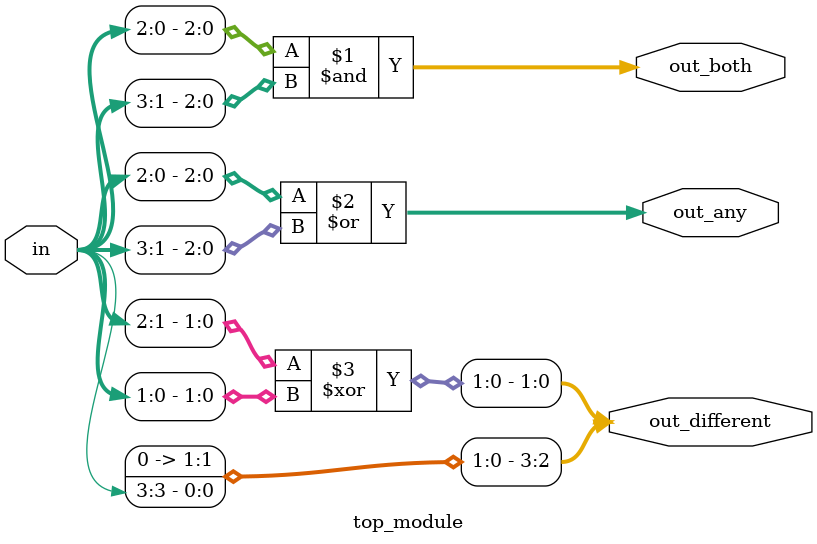
<source format=sv>
module top_module (
	input [3:0] in,
	output [2:0] out_both,
	output [3:1] out_any,
	output [3:0] out_different
);

	assign out_both = in[2:0] & in[3:1];
	assign out_any = in[2:0] | in[3:1];
	assign out_different = {in[3], in[2:1] ^ in[1:0]};

endmodule

</source>
